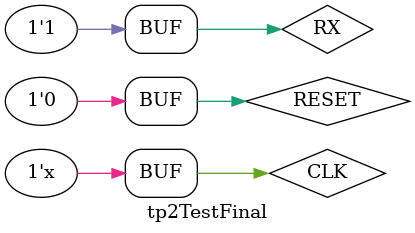
<source format=v>
`timescale 1ns / 1ps


module tp2TestFinal;

	// Inputs
	reg CLK;
	reg RESET;
	reg RX;

	// Outputs
	wire TX;
	wire [7:0] LEDS;
	wire [7:0] state;

	// Instantiate the Unit Under Test (UUT)
	ProgramaTP2 uut (
		.CLK(CLK), 
		.RESET(RESET), 
		.RX(RX), 
		.TX(TX),
		.LEDS(LEDS),
		.STATE(state)
	);

	initial begin
		// Initialize Inputs
		CLK = 0;
		RESET = 1;
		RX = 1;
		
		#5 RESET =0;

		// Wait 100 ns for global reset to finish
		//SUMA 2+2
		#100;
       
		
		RX=0;			//bit de inicio
		
		
		#5226
		RX = 0;
		#5226 
		RX = 1;
		#5226 
		RX = 0;
		#5226 
		RX = 0;
		#5226 
		RX = 1;
		#5226 
		RX = 1;
		#5226 
		RX = 0;
		#5226 
		RX = 0;
		
		#5226 
		RX = 1;
		
					#52260;
					
		
		      
		
		RX=0;			//5
		
		
		#5226
		RX = 1;
		#5226 
		RX = 0;
		#5226 
		RX = 1;
		#5226 
		RX = 0;
		#5226 
		RX = 1;
		#5226 
		RX = 1;
		#5226 
		RX = 0;
		#5226 
		RX = 0;
		
		#5226 
		RX = 1;
		
		
		#52260;
					
		
		      
		
		RX=0;			//5
		
		
		#5226
		RX = 1;
		#5226 
		RX = 0;
		#5226 
		RX = 1;
		#5226 
		RX = 0;
		#5226 
		RX = 1;
		#5226 
		RX = 1;
		#5226 
		RX = 0;
		#5226 
		RX = 0;
		
		#5226 
		RX = 1;
       
		#52260
		RX=0;			//bit de inicio
		
		
		#5226
		RX = 1;
		#5226 
		RX = 0;
		#5226 
		RX = 1;
		#5226 
		RX = 1;
		#5226 
		RX = 0;
		#5226 
		RX = 1;
		#5226 
		RX = 0;
		#5226 
		RX = 0;
		
		#5226 
		RX = 1;
		
		
			
       		#52260

		
		RX=0;			//bit de inicio
		
		
		#5226
		RX = 0;
		#5226 
		RX = 1;
		#5226 
		RX = 0;
		#5226 
		RX = 0;
		#5226 
		RX = 1;
		#5226 
		RX = 1;
		#5226 
		RX = 0;
		#5226 
		RX = 0;
		
		#5226 
		RX = 1;
		
		
						#52260

       
		
		RX=0;			//bit de inicio
		
		
		#5226
		RX = 1;
		#5226 
		RX = 0;
		#5226 
		RX = 1;
		#5226 
		RX = 1;
		#5226 
		RX = 1;
		#5226 
		RX = 1;
		#5226 
		RX = 0;
		#5226 
		RX = 0;
		
		#5226 
		RX = 1;
		 
		// Add stimulus here
		
       
//		
//		RX=0;			//bit de inicio
//		
//		
//		#25260
//		RX = 1;		//-
//		#25260 
//		RX = 0;
//		#25260 
//		RX = 1;
//		#25260 
//		RX = 1;
//		#25260 
//		RX = 0;
//		#25260 
//		RX = 1;
//		#25260 
//		RX = 0;
//		#25260 
//		RX = 0;
//		
//		#25260 
//		RX = 1;
//		
//		
//			#25260;
//       
//		
//		RX=0;			//bit de inicio
//		
//		
//		#25260
//		RX = 1;
//		#25260 
//		RX = 0;		//1
//		#25260 
//		RX = 0;
//		#25260 
//		RX = 0;
//		#25260 
//		RX = 1;
//		#25260 
//		RX = 1;
//		#25260 
//		RX = 0;
//		#25260
//		RX = 0;
//		
//		#25260 
//		RX = 1;
//		
//		
//					#25260;
//       
//		
//		RX=0;			//bit de inicio
//		
//		
//		#25260
//		RX = 1;
//		#25260
//		RX = 0;		//ENTER 13
//		#25260 
//		RX = 1;
//		#25260 
//		RX = 1;
//		#25260 
//		RX = 0;
//		#25260 
//		RX = 0;
//		#25260 
//		RX = 0;
//		#25260 
//		RX = 0;
//		
//		#25260 
//		RX = 1;

	end
	
	always begin
	#1 CLK=~CLK;
	end
      
endmodule


</source>
